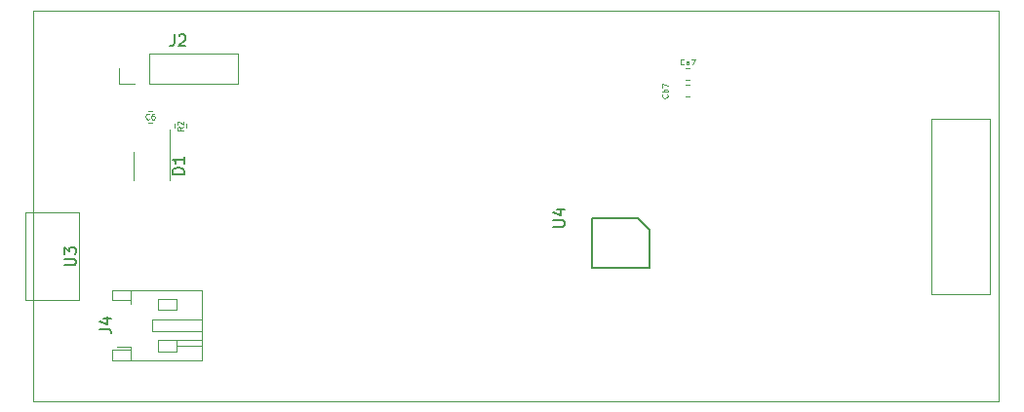
<source format=gto>
G04 #@! TF.GenerationSoftware,KiCad,Pcbnew,6.0.0-rc1-unknown-ad9916a~66~ubuntu18.04.1*
G04 #@! TF.CreationDate,2018-11-28T14:50:18-03:00*
G04 #@! TF.ProjectId,Femtosat,46656d74-6f73-4617-942e-6b696361645f,rev?*
G04 #@! TF.SameCoordinates,Original*
G04 #@! TF.FileFunction,Legend,Top*
G04 #@! TF.FilePolarity,Positive*
%FSLAX46Y46*%
G04 Gerber Fmt 4.6, Leading zero omitted, Abs format (unit mm)*
G04 Created by KiCad (PCBNEW 6.0.0-rc1-unknown-ad9916a~66~ubuntu18.04.1) date mié 28 nov 2018 14:50:18 -03*
%MOMM*%
%LPD*%
G01*
G04 APERTURE LIST*
%ADD10C,0.120000*%
%ADD11C,0.150000*%
%ADD12C,0.080000*%
G04 APERTURE END LIST*
D10*
G04 #@! TO.C,U2*
X101190000Y-50400000D02*
X185010000Y-50400000D01*
X101190000Y-84400000D02*
X185010000Y-84400000D01*
X185010000Y-50400000D02*
X185010000Y-84400000D01*
X101190000Y-84400000D02*
X101190000Y-50400000D01*
X179170000Y-59845000D02*
X184250000Y-59845000D01*
X184250000Y-59845000D02*
X184250000Y-75085000D01*
X184250000Y-75085000D02*
X179170000Y-75085000D01*
X179170000Y-75085000D02*
X179170000Y-59845000D01*
G04 #@! TO.C,C6*
X111521267Y-60160000D02*
X111178733Y-60160000D01*
X111521267Y-59140000D02*
X111178733Y-59140000D01*
G04 #@! TO.C,D1*
X109900000Y-65175000D02*
X109900000Y-62675000D01*
X113000000Y-65175000D02*
X113000000Y-60775000D01*
D11*
G04 #@! TO.C,U4*
X154700000Y-69450000D02*
X153700000Y-68450000D01*
X149700000Y-68450000D02*
X153700000Y-68450000D01*
X154700000Y-69450000D02*
X154700000Y-72750000D01*
X154700000Y-72750000D02*
X149680480Y-72750000D01*
X149700000Y-72750000D02*
X149700000Y-68450000D01*
D10*
G04 #@! TO.C,Ca7*
X158171267Y-56410000D02*
X157828733Y-56410000D01*
X158171267Y-55390000D02*
X157828733Y-55390000D01*
G04 #@! TO.C,Cb7*
X158171267Y-56890000D02*
X157828733Y-56890000D01*
X158171267Y-57910000D02*
X157828733Y-57910000D01*
G04 #@! TO.C,J2*
X118950000Y-56780000D02*
X118950000Y-54120000D01*
X111270000Y-56780000D02*
X118950000Y-56780000D01*
X111270000Y-54120000D02*
X118950000Y-54120000D01*
X111270000Y-56780000D02*
X111270000Y-54120000D01*
X110000000Y-56780000D02*
X108670000Y-56780000D01*
X108670000Y-56780000D02*
X108670000Y-55450000D01*
G04 #@! TO.C,J4*
X109640000Y-79610000D02*
X109640000Y-79890000D01*
X109640000Y-79890000D02*
X108040000Y-79890000D01*
X108040000Y-79890000D02*
X108040000Y-80810000D01*
X108040000Y-80810000D02*
X115860000Y-80810000D01*
X115860000Y-80810000D02*
X115860000Y-74690000D01*
X115860000Y-74690000D02*
X108040000Y-74690000D01*
X108040000Y-74690000D02*
X108040000Y-75610000D01*
X108040000Y-75610000D02*
X109640000Y-75610000D01*
X109640000Y-75610000D02*
X109640000Y-75890000D01*
X115860000Y-78250000D02*
X111500000Y-78250000D01*
X111500000Y-78250000D02*
X111500000Y-77250000D01*
X111500000Y-77250000D02*
X115860000Y-77250000D01*
X109640000Y-80810000D02*
X109640000Y-79890000D01*
X109640000Y-74690000D02*
X109640000Y-75610000D01*
X112000000Y-80050000D02*
X113600000Y-80050000D01*
X113600000Y-80050000D02*
X113600000Y-79050000D01*
X113600000Y-79050000D02*
X112000000Y-79050000D01*
X112000000Y-79050000D02*
X112000000Y-80050000D01*
X112000000Y-75450000D02*
X113600000Y-75450000D01*
X113600000Y-75450000D02*
X113600000Y-76450000D01*
X113600000Y-76450000D02*
X112000000Y-76450000D01*
X112000000Y-76450000D02*
X112000000Y-75450000D01*
X113600000Y-79050000D02*
X115860000Y-79050000D01*
X113600000Y-79550000D02*
X115860000Y-79550000D01*
X109640000Y-79610000D02*
X108425000Y-79610000D01*
G04 #@! TO.C,R2*
X113490000Y-60287221D02*
X113490000Y-60612779D01*
X114510000Y-60287221D02*
X114510000Y-60612779D01*
G04 #@! TO.C,U3*
X105180000Y-67990000D02*
X105180000Y-75610000D01*
X105180000Y-75610000D02*
X100480000Y-75610000D01*
X100480000Y-75610000D02*
X100480000Y-67990000D01*
X100480000Y-67990000D02*
X105180000Y-67990000D01*
X101180000Y-75610000D02*
X101180000Y-67990000D01*
G04 #@! TO.C,C6*
D12*
X111266666Y-59828571D02*
X111242857Y-59852380D01*
X111171428Y-59876190D01*
X111123809Y-59876190D01*
X111052380Y-59852380D01*
X111004761Y-59804761D01*
X110980952Y-59757142D01*
X110957142Y-59661904D01*
X110957142Y-59590476D01*
X110980952Y-59495238D01*
X111004761Y-59447619D01*
X111052380Y-59400000D01*
X111123809Y-59376190D01*
X111171428Y-59376190D01*
X111242857Y-59400000D01*
X111266666Y-59423809D01*
X111695238Y-59376190D02*
X111600000Y-59376190D01*
X111552380Y-59400000D01*
X111528571Y-59423809D01*
X111480952Y-59495238D01*
X111457142Y-59590476D01*
X111457142Y-59780952D01*
X111480952Y-59828571D01*
X111504761Y-59852380D01*
X111552380Y-59876190D01*
X111647619Y-59876190D01*
X111695238Y-59852380D01*
X111719047Y-59828571D01*
X111742857Y-59780952D01*
X111742857Y-59661904D01*
X111719047Y-59614285D01*
X111695238Y-59590476D01*
X111647619Y-59566666D01*
X111552380Y-59566666D01*
X111504761Y-59590476D01*
X111480952Y-59614285D01*
X111457142Y-59661904D01*
G04 #@! TO.C,D1*
D11*
X114282380Y-64643095D02*
X113282380Y-64643095D01*
X113282380Y-64405000D01*
X113330000Y-64262142D01*
X113425238Y-64166904D01*
X113520476Y-64119285D01*
X113710952Y-64071666D01*
X113853809Y-64071666D01*
X114044285Y-64119285D01*
X114139523Y-64166904D01*
X114234761Y-64262142D01*
X114282380Y-64405000D01*
X114282380Y-64643095D01*
X114282380Y-63119285D02*
X114282380Y-63690714D01*
X114282380Y-63405000D02*
X113282380Y-63405000D01*
X113425238Y-63500238D01*
X113520476Y-63595476D01*
X113568095Y-63690714D01*
G04 #@! TO.C,U4*
X146323620Y-69214444D02*
X147133144Y-69214444D01*
X147228382Y-69166825D01*
X147276001Y-69119206D01*
X147323620Y-69023968D01*
X147323620Y-68833492D01*
X147276001Y-68738254D01*
X147228382Y-68690635D01*
X147133144Y-68643016D01*
X146323620Y-68643016D01*
X146656954Y-67738254D02*
X147323620Y-67738254D01*
X146276001Y-67976349D02*
X146990287Y-68214444D01*
X146990287Y-67595397D01*
G04 #@! TO.C,Ca7*
D12*
X157690476Y-55078571D02*
X157666666Y-55102380D01*
X157595238Y-55126190D01*
X157547619Y-55126190D01*
X157476190Y-55102380D01*
X157428571Y-55054761D01*
X157404761Y-55007142D01*
X157380952Y-54911904D01*
X157380952Y-54840476D01*
X157404761Y-54745238D01*
X157428571Y-54697619D01*
X157476190Y-54650000D01*
X157547619Y-54626190D01*
X157595238Y-54626190D01*
X157666666Y-54650000D01*
X157690476Y-54673809D01*
X158119047Y-55126190D02*
X158119047Y-54864285D01*
X158095238Y-54816666D01*
X158047619Y-54792857D01*
X157952380Y-54792857D01*
X157904761Y-54816666D01*
X158119047Y-55102380D02*
X158071428Y-55126190D01*
X157952380Y-55126190D01*
X157904761Y-55102380D01*
X157880952Y-55054761D01*
X157880952Y-55007142D01*
X157904761Y-54959523D01*
X157952380Y-54935714D01*
X158071428Y-54935714D01*
X158119047Y-54911904D01*
X158309523Y-54626190D02*
X158642857Y-54626190D01*
X158428571Y-55126190D01*
G04 #@! TO.C,Cb7*
X156228571Y-57709523D02*
X156252380Y-57733333D01*
X156276190Y-57804761D01*
X156276190Y-57852380D01*
X156252380Y-57923809D01*
X156204761Y-57971428D01*
X156157142Y-57995238D01*
X156061904Y-58019047D01*
X155990476Y-58019047D01*
X155895238Y-57995238D01*
X155847619Y-57971428D01*
X155800000Y-57923809D01*
X155776190Y-57852380D01*
X155776190Y-57804761D01*
X155800000Y-57733333D01*
X155823809Y-57709523D01*
X156276190Y-57495238D02*
X155776190Y-57495238D01*
X155966666Y-57495238D02*
X155942857Y-57447619D01*
X155942857Y-57352380D01*
X155966666Y-57304761D01*
X155990476Y-57280952D01*
X156038095Y-57257142D01*
X156180952Y-57257142D01*
X156228571Y-57280952D01*
X156252380Y-57304761D01*
X156276190Y-57352380D01*
X156276190Y-57447619D01*
X156252380Y-57495238D01*
X155776190Y-57090476D02*
X155776190Y-56757142D01*
X156276190Y-56971428D01*
G04 #@! TO.C,J2*
D11*
X113416666Y-52502380D02*
X113416666Y-53216666D01*
X113369047Y-53359523D01*
X113273809Y-53454761D01*
X113130952Y-53502380D01*
X113035714Y-53502380D01*
X113845238Y-52597619D02*
X113892857Y-52550000D01*
X113988095Y-52502380D01*
X114226190Y-52502380D01*
X114321428Y-52550000D01*
X114369047Y-52597619D01*
X114416666Y-52692857D01*
X114416666Y-52788095D01*
X114369047Y-52930952D01*
X113797619Y-53502380D01*
X114416666Y-53502380D01*
G04 #@! TO.C,J4*
X106952380Y-78083333D02*
X107666666Y-78083333D01*
X107809523Y-78130952D01*
X107904761Y-78226190D01*
X107952380Y-78369047D01*
X107952380Y-78464285D01*
X107285714Y-77178571D02*
X107952380Y-77178571D01*
X106904761Y-77416666D02*
X107619047Y-77654761D01*
X107619047Y-77035714D01*
G04 #@! TO.C,R2*
D12*
X114201191Y-60533333D02*
X113963096Y-60700000D01*
X114201191Y-60819047D02*
X113701191Y-60819047D01*
X113701191Y-60628571D01*
X113725001Y-60580952D01*
X113748810Y-60557142D01*
X113796429Y-60533333D01*
X113867858Y-60533333D01*
X113915477Y-60557142D01*
X113939286Y-60580952D01*
X113963096Y-60628571D01*
X113963096Y-60819047D01*
X113748810Y-60342857D02*
X113725001Y-60319047D01*
X113701191Y-60271428D01*
X113701191Y-60152380D01*
X113725001Y-60104761D01*
X113748810Y-60080952D01*
X113796429Y-60057142D01*
X113844048Y-60057142D01*
X113915477Y-60080952D01*
X114201191Y-60366666D01*
X114201191Y-60057142D01*
G04 #@! TO.C,U3*
D11*
X103902380Y-72561904D02*
X104711904Y-72561904D01*
X104807142Y-72514285D01*
X104854761Y-72466666D01*
X104902380Y-72371428D01*
X104902380Y-72180952D01*
X104854761Y-72085714D01*
X104807142Y-72038095D01*
X104711904Y-71990476D01*
X103902380Y-71990476D01*
X103902380Y-71609523D02*
X103902380Y-70990476D01*
X104283333Y-71323809D01*
X104283333Y-71180952D01*
X104330952Y-71085714D01*
X104378571Y-71038095D01*
X104473809Y-70990476D01*
X104711904Y-70990476D01*
X104807142Y-71038095D01*
X104854761Y-71085714D01*
X104902380Y-71180952D01*
X104902380Y-71466666D01*
X104854761Y-71561904D01*
X104807142Y-71609523D01*
G04 #@! TD*
M02*

</source>
